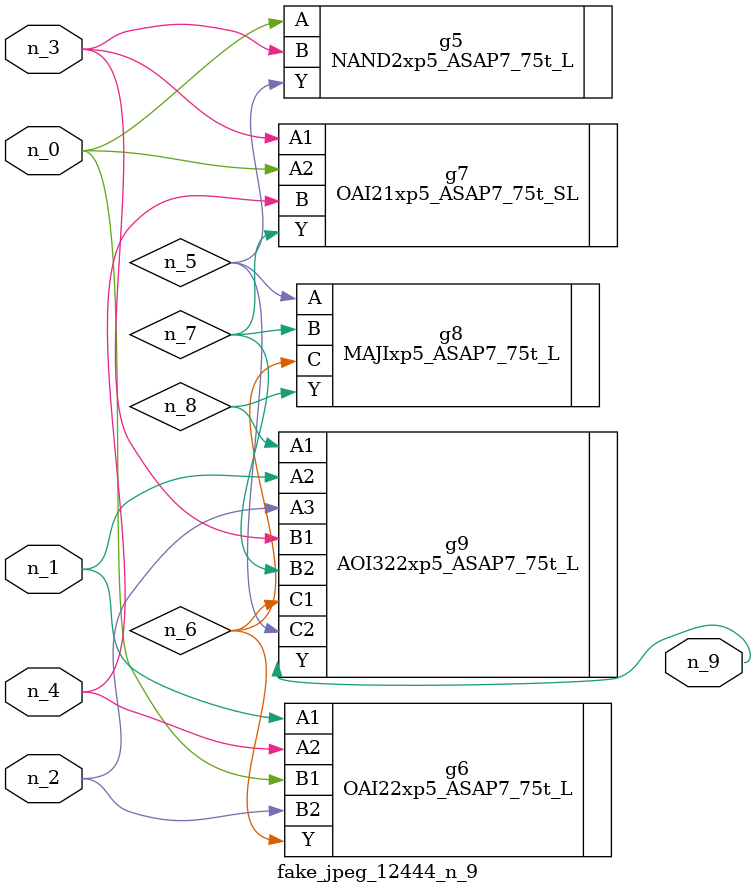
<source format=v>
module fake_jpeg_12444_n_9 (n_3, n_2, n_1, n_0, n_4, n_9);

input n_3;
input n_2;
input n_1;
input n_0;
input n_4;

output n_9;

wire n_8;
wire n_6;
wire n_5;
wire n_7;

NAND2xp5_ASAP7_75t_L g5 ( 
.A(n_0),
.B(n_3),
.Y(n_5)
);

OAI22xp5_ASAP7_75t_L g6 ( 
.A1(n_1),
.A2(n_4),
.B1(n_0),
.B2(n_2),
.Y(n_6)
);

OAI21xp5_ASAP7_75t_SL g7 ( 
.A1(n_3),
.A2(n_0),
.B(n_4),
.Y(n_7)
);

MAJIxp5_ASAP7_75t_L g8 ( 
.A(n_5),
.B(n_7),
.C(n_6),
.Y(n_8)
);

AOI322xp5_ASAP7_75t_L g9 ( 
.A1(n_8),
.A2(n_1),
.A3(n_2),
.B1(n_3),
.B2(n_7),
.C1(n_6),
.C2(n_5),
.Y(n_9)
);


endmodule
</source>
